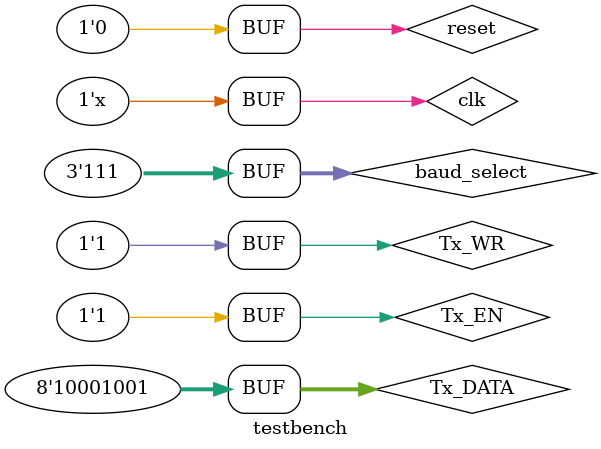
<source format=v>
`timescale 1ns/1ps

module testbench();

	reg clk = 0;
	parameter CLK_HALF_PERIOD = 10;
	reg reset;

	wire sample_ENABLE;
	reg [2:0]baud_select;
	reg[7:0] Tx_DATA;
	reg Tx_WR, Tx_EN;

	uart_transmitter myuart_transmitter(.reset(reset), .clk(clk), .Tx_DATA(Tx_DATA),
		.baud_select(baud_select), .Tx_WR(Tx_WR), .Tx_EN(Tx_EN), .TxD(TxD), .Tx_BUSY(Tx_BUSY));


	always begin
		#CLK_HALF_PERIOD clk = !clk;
	end

	initial begin
		reset = 0;
		baud_select = 3'b111;
		#100 reset = 1;
		#100 reset = 0;
		Tx_EN = 1'b1;
		Tx_DATA = 8'b10101010;
		Tx_WR = 1'b1;
		#102000Tx_WR = 1'b0;
		Tx_DATA = 8'b01010101;
		#102000Tx_WR = 1'b1;
		#102000Tx_WR = 1'b0;
		Tx_DATA = 8'b11001100;
		#102000Tx_WR = 1'b1;
		#102000Tx_WR = 1'b0;
		Tx_DATA = 8'b10001001;
		#102000Tx_WR = 1'b1;
	end

endmodule

</source>
